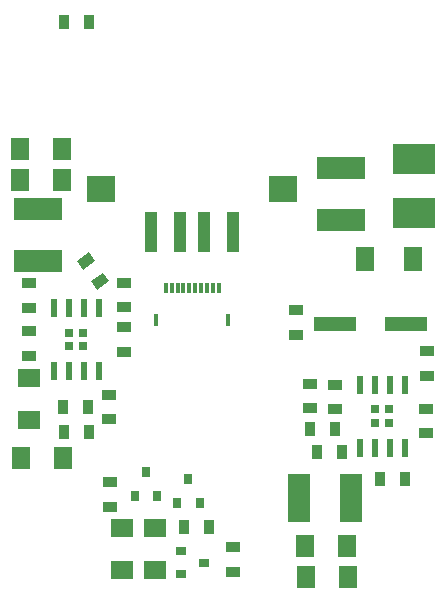
<source format=gbp>
G04 #@! TF.GenerationSoftware,KiCad,Pcbnew,(5.0.2)-1*
G04 #@! TF.CreationDate,2019-05-03T15:30:51-04:00*
G04 #@! TF.ProjectId,TrafMasterV1,54726166-4d61-4737-9465-7256312e6b69,V1*
G04 #@! TF.SameCoordinates,Original*
G04 #@! TF.FileFunction,Paste,Bot*
G04 #@! TF.FilePolarity,Positive*
%FSLAX46Y46*%
G04 Gerber Fmt 4.6, Leading zero omitted, Abs format (unit mm)*
G04 Created by KiCad (PCBNEW (5.0.2)-1) date 5/3/2019 3:30:51 PM*
%MOMM*%
%LPD*%
G01*
G04 APERTURE LIST*
%ADD10R,0.900000X1.250000*%
%ADD11R,0.705000X0.705000*%
%ADD12R,0.600000X1.550000*%
%ADD13R,1.524000X2.000000*%
%ADD14R,3.600000X1.200000*%
%ADD15R,2.440000X2.220000*%
%ADD16R,1.120000X3.390000*%
%ADD17R,1.250000X0.900000*%
%ADD18R,1.900000X4.100000*%
%ADD19R,1.524000X1.905000*%
%ADD20C,0.900000*%
%ADD21C,0.150000*%
%ADD22R,0.300000X0.900000*%
%ADD23R,0.300000X1.000000*%
%ADD24R,1.905000X1.524000*%
%ADD25R,0.800000X0.900000*%
%ADD26R,0.900000X0.800000*%
%ADD27R,4.100000X1.900000*%
%ADD28R,3.556000X2.540000*%
G04 APERTURE END LIST*
D10*
G04 #@! TO.C,C14*
X46246760Y-54137560D03*
X44146760Y-54137560D03*
G04 #@! TD*
D11*
G04 #@! TO.C,U2*
X50241960Y-51722780D03*
X49066960Y-51722780D03*
X50241960Y-50547780D03*
X49066960Y-50547780D03*
D12*
X51559460Y-48435280D03*
X50289460Y-48435280D03*
X49019460Y-48435280D03*
X47749460Y-48435280D03*
X47749460Y-53835280D03*
X49019460Y-53835280D03*
X50289460Y-53835280D03*
X51559460Y-53835280D03*
G04 #@! TD*
D13*
G04 #@! TO.C,D1*
X48228500Y-37782500D03*
X52228500Y-37782500D03*
G04 #@! TD*
D14*
G04 #@! TO.C,C19*
X51641000Y-43307000D03*
X45641000Y-43307000D03*
G04 #@! TD*
D15*
G04 #@! TO.C,P9*
X25870700Y-31841900D03*
X41210700Y-31841900D03*
D16*
X37040700Y-35521900D03*
X34540700Y-35521900D03*
X32540700Y-35521900D03*
X30040700Y-35521900D03*
G04 #@! TD*
D17*
G04 #@! TO.C,C16*
X53461920Y-45614880D03*
X53461920Y-47714880D03*
G04 #@! TD*
D10*
G04 #@! TO.C,C13*
X49470600Y-56393080D03*
X51570600Y-56393080D03*
G04 #@! TD*
D17*
G04 #@! TO.C,C12*
X53380640Y-50474880D03*
X53380640Y-52574880D03*
G04 #@! TD*
G04 #@! TO.C,C17*
X45628560Y-48444440D03*
X45628560Y-50544440D03*
G04 #@! TD*
D10*
G04 #@! TO.C,R9*
X45621920Y-52181760D03*
X43521920Y-52181760D03*
G04 #@! TD*
D18*
G04 #@! TO.C,L2*
X46964960Y-58049160D03*
X42564960Y-58049160D03*
G04 #@! TD*
D17*
G04 #@! TO.C,R8*
X43510200Y-50458080D03*
X43510200Y-48358080D03*
G04 #@! TD*
D19*
G04 #@! TO.C,C18*
X43144440Y-62143640D03*
X46700440Y-62143640D03*
G04 #@! TD*
G04 #@! TO.C,C15*
X43185080Y-64764920D03*
X46741080Y-64764920D03*
G04 #@! TD*
G04 #@! TO.C,C11*
X22606000Y-54686200D03*
X19050000Y-54686200D03*
G04 #@! TD*
D11*
G04 #@! TO.C,U1*
X23148800Y-44040300D03*
X24323800Y-44040300D03*
X23148800Y-45215300D03*
X24323800Y-45215300D03*
D12*
X21831300Y-47327800D03*
X23101300Y-47327800D03*
X24371300Y-47327800D03*
X25641300Y-47327800D03*
X25641300Y-41927800D03*
X24371300Y-41927800D03*
X23101300Y-41927800D03*
X21831300Y-41927800D03*
G04 #@! TD*
D20*
G04 #@! TO.C,C5*
X25778735Y-39691630D03*
D21*
G36*
X25524874Y-40418734D02*
X25008656Y-39681497D01*
X26032596Y-38964526D01*
X26548814Y-39701763D01*
X25524874Y-40418734D01*
X25524874Y-40418734D01*
G37*
D20*
X24574225Y-37971410D03*
D21*
G36*
X24320364Y-38698514D02*
X23804146Y-37961277D01*
X24828086Y-37244306D01*
X25344304Y-37981543D01*
X24320364Y-38698514D01*
X24320364Y-38698514D01*
G37*
G04 #@! TD*
D10*
G04 #@! TO.C,R1*
X34994180Y-60469700D03*
X32894180Y-60469700D03*
G04 #@! TD*
D22*
G04 #@! TO.C,P1*
X31320800Y-40228000D03*
X31820800Y-40228000D03*
X32320800Y-40228000D03*
X32820800Y-40228000D03*
X33320800Y-40228000D03*
X33820800Y-40228000D03*
X34320800Y-40228000D03*
X34820800Y-40228000D03*
D23*
X30530800Y-42978000D03*
X36610800Y-42978000D03*
D22*
X35320800Y-40228000D03*
X35820800Y-40228000D03*
G04 #@! TD*
D24*
G04 #@! TO.C,C1*
X27594180Y-60596700D03*
X27594180Y-64152700D03*
G04 #@! TD*
G04 #@! TO.C,C2*
X19761200Y-47879000D03*
X19761200Y-51435000D03*
G04 #@! TD*
D25*
G04 #@! TO.C,Q1*
X30612120Y-57855360D03*
X29662120Y-55855360D03*
X28712120Y-57855360D03*
G04 #@! TD*
D26*
G04 #@! TO.C,Q2*
X32588580Y-64467700D03*
X34588580Y-63517700D03*
X32588580Y-62567700D03*
G04 #@! TD*
D25*
G04 #@! TO.C,Q3*
X34182980Y-58447100D03*
X33232980Y-56447100D03*
X32282980Y-58447100D03*
G04 #@! TD*
D17*
G04 #@! TO.C,R2*
X26598880Y-56663880D03*
X26598880Y-58763880D03*
G04 #@! TD*
G04 #@! TO.C,R3*
X36992180Y-62213700D03*
X36992180Y-64313700D03*
G04 #@! TD*
D19*
G04 #@! TO.C,C6*
X22504400Y-31140400D03*
X18948400Y-31140400D03*
G04 #@! TD*
G04 #@! TO.C,C9*
X22504400Y-28524200D03*
X18948400Y-28524200D03*
G04 #@! TD*
D24*
G04 #@! TO.C,C10*
X30426280Y-64114600D03*
X30426280Y-60558600D03*
G04 #@! TD*
D27*
G04 #@! TO.C,L1*
X20497800Y-37947600D03*
X20497800Y-33547600D03*
G04 #@! TD*
D10*
G04 #@! TO.C,R4*
X24722800Y-50317400D03*
X22622800Y-50317400D03*
G04 #@! TD*
D17*
G04 #@! TO.C,R5*
X26517600Y-51392800D03*
X26517600Y-49292800D03*
G04 #@! TD*
G04 #@! TO.C,C3*
X19723100Y-45982600D03*
X19723100Y-43882600D03*
G04 #@! TD*
G04 #@! TO.C,C4*
X19710400Y-39869400D03*
X19710400Y-41969400D03*
G04 #@! TD*
D10*
G04 #@! TO.C,C7*
X22733000Y-52425600D03*
X24833000Y-52425600D03*
G04 #@! TD*
D17*
G04 #@! TO.C,C8*
X27762200Y-45703200D03*
X27762200Y-43603200D03*
G04 #@! TD*
G04 #@! TO.C,R6*
X27787600Y-41905900D03*
X27787600Y-39805900D03*
G04 #@! TD*
D28*
G04 #@! TO.C,F1*
X52328000Y-29314000D03*
X52328000Y-33886000D03*
G04 #@! TD*
D27*
G04 #@! TO.C,L3*
X46128000Y-30100000D03*
X46128000Y-34500000D03*
G04 #@! TD*
D10*
G04 #@! TO.C,R10*
X24844720Y-17724120D03*
X22744720Y-17724120D03*
G04 #@! TD*
D17*
G04 #@! TO.C,C20*
X42367200Y-42131560D03*
X42367200Y-44231560D03*
G04 #@! TD*
M02*

</source>
